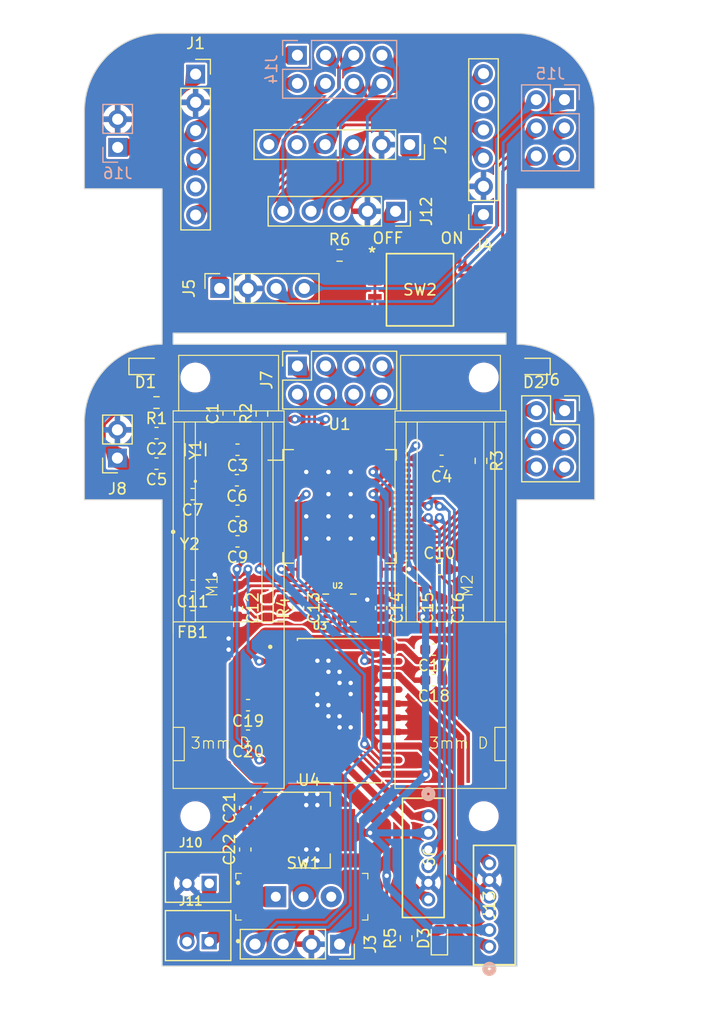
<source format=kicad_pcb>
(kicad_pcb (version 20221018) (generator pcbnew)
  (layers (0 "F.Cu" signal) (31 "B.Cu" signal) (34 "B.Paste" user) (35 "F.Paste" user) (36 "B.SilkS" user "B.Silkscreen") (37 "F.SilkS" user "F.Silkscreen") (38 "B.Mask" user) (39 "F.Mask" user) (44 "Edge.Cuts" user))
  (net 0 "")
  (net 1 "+BATT")
  (net 2 "GND")
  (net 3 "+3.3V")
  (net 4 "GND1")
  (net 5 "OSC_IN")
  (net 6 "OSC_OUT")
  (net 7 "Net-(U1-PC14)")
  (net 8 "Net-(U1-PC15)")
  (net 9 "+3.3VA")
  (net 10 "GNDA")
  (net 11 "Net-(U1-VCAP1)")
  (net 12 "Net-(D1-A)")
  (net 13 "Net-(D2-A)")
  (net 14 "Net-(D3-A)")
  (net 17 "ML2")
  (net 18 "EL2")
  (net 19 "EL1")
  (net 20 "ML1")
  (net 21 "MR2")
  (net 22 "ER2")
  (net 23 "ER1")
  (net 24 "MR1")
  (net 25 "/Breakout Board/+3.3V")
  (net 27 "Net-(J10-Pad1)")
  (net 28 "/Breakout Board/SHDN3")
  (net 29 "/Breakout Board/SCL")
  (net 30 "/Breakout Board/SDA")
  (net 31 "Net-(J11-Pad1)")
  (net 32 "GPIO2")
  (net 33 "/Breakout Board/SHDN1")
  (net 34 "/SDA")
  (net 35 "/SCL")
  (net 36 "/SHDN1")
  (net 37 "/SHDN2")
  (net 38 "/SHDN3")
  (net 39 "/Breakout Board/SHDN2")
  (net 40 "GPIO3")
  (net 41 "/Breakout Board/USART_RX")
  (net 42 "/Breakout Board/USART_TX")
  (net 43 "USART_RX")
  (net 44 "USART_TX")
  (net 45 "SWCLK")
  (net 46 "SWDIO")
  (net 47 "NRST")
  (net 48 "/Breakout Board/GPIO1")
  (net 49 "/Breakout Board/GPIO2")
  (net 50 "/Breakout Board/GPIO3")
  (net 51 "Net-(U1-BOOT0)")
  (net 52 "/LED1")
  (net 53 "/LED2")
  (net 55 "DEBUG4")
  (net 56 "DEBUG3")
  (net 57 "DEBUG2")
  (net 58 "DEBUG1")
  (net 59 "HL1")
  (net 60 "HR1")
  (net 61 "HL2")
  (net 62 "HR2")
  (net 66 "/IMU/SPI_SD0")
  (net 67 "/IMU/SPI_SDI")
  (net 73 "RCC_MCO_2")
  (net 74 "/Breakout Board/DEBUG1")
  (net 76 "GPIO1")
  (net 77 "SPI_CS_BYPASS")
  (net 78 "SPI_SCLK_BYPASS")
  (net 83 "/Breakout Board/DEBUG2")
  (net 84 "/Breakout Board/DEBUG3")
  (net 85 "/Breakout Board/DEBUG4")
  (net 87 "Net-(R6-Pad2)")
  (footprint "Capacitor_SMD:C_0603_1608Metric" (layer "F.Cu") (at 143.25 108.75 -90)
    (fp_text reference "C13")
    (fp_text value "10 nF")
  )
  (footprint "Capacitor_SMD:C_0603_1608Metric" (layer "F.Cu") (at 155.5 112.5 180)
    (fp_text reference "C17")
    (fp_text value "0.1 uF")
  )
  (footprint "Capacitor_SMD:C_0603_1608Metric" (layer "F.Cu") (at 138.5 126.75 90)
    (fp_text reference "C21")
    (fp_text value "22 uF")
  )
  (footprint "Package_TO_SOT_SMD:SOT-223-3_TabPin2" (layer "F.Cu") (at 144.25 128.75)
    (fp_text reference "U4")
    (fp_text value "AZ1117-3.3")
  )
  (footprint "RH100_25_000_10_F_3030_EXT_TR:XTAL4P_RH100-25.000-10-F-3030-EXT-TR_RAL" (layer "F.Cu") (at 133.5 103)
    (fp_text reference "Y2")
    (fp_text value "25 MHz 10 pF")
  )
  (footprint "Connector_PinSocket_2.54mm:PinSocket_1x04_P2.54mm_Vertical" (layer "F.Cu") (at 147 139.025 -90)
    (fp_text reference "J3")
    (fp_text value "PINHD_1x4_Female")
  )
  (footprint "NetTie:NetTie-2_SMD_Pad0.5mm" (layer "F.Cu") (at 136.25 104.25 45)
    (fp_text reference "NT1" hide)
    (fp_text value "NetTie_2" hide)
  )
  (footprint "Capacitor_SMD:C_0603_1608Metric" (layer "F.Cu") (at 137.8 94.5 180)
    (fp_text reference "C3")
    (fp_text value "4.7 uF")
  )
  (footprint "Resistor_SMD:R_0603_1608Metric" (layer "F.Cu") (at 140 91.25 90)
    (fp_text reference "R2")
    (fp_text value "10k")
  )
  (footprint "custom:MM_Motor_Right" (layer "F.Cu") (at 157 105)
    (fp_text reference "M2")
    (fp_text value "Right")
  )
  (footprint "Capacitor_SMD:C_0603_1608Metric" (layer "F.Cu") (at 138.5 130.5 90)
    (fp_text reference "C22")
    (fp_text value "10 uF")
  )
  (footprint "digikey-footprints:Switch_Slide_11.6x4mm_EG1218" (layer "F.Cu") (at 141.25 134.75)
    (fp_text reference "SW1")
    (fp_text value "EG1218")
  )
  (footprint "Connector_PinSocket_2.54mm:PinSocket_1x05_P2.54mm_Vertical" (layer "F.Cu") (at 152.05 73.025 -90)
    (fp_text reference "J12")
    (fp_text value "PINHD_1x5_Female")
  )
  (footprint "Capacitor_SMD:C_0603_1608Metric" (layer "F.Cu") (at 138.75 117.5 180)
    (fp_text reference "C19")
    (fp_text value "10 uF")
  )
  (footprint "Capacitor_SMD:C_0603_1608Metric" (layer "F.Cu") (at 156.25 108.75 -90)
    (fp_text reference "C16")
    (fp_text value "4.7 uF")
  )
  (footprint "Capacitor_SMD:C_0603_1608Metric" (layer "F.Cu") (at 133.75 98.5 180)
    (fp_text reference "C7")
    (fp_text value "0.1 uF")
  )
  (footprint "Connector_PinSocket_2.54mm:PinSocket_2x03_P2.54mm_Vertical" (layer "F.Cu") (at 167.29 90.975)
    (fp_text reference "J6")
    (fp_text value "PINHD_1x6_Female")
  )
  (footprint "Capacitor_SMD:C_0603_1608Metric" (layer "F.Cu") (at 137.8 102.75 180)
    (fp_text reference "C9")
    (fp_text value "0.1 uF")
  )
  (footprint "Capacitor_SMD:C_0603_1608Metric" (layer "F.Cu") (at 137.75 97.25 180)
    (fp_text reference "C6")
    (fp_text value "18 pF")
  )
  (footprint "B2B_PH_K_S_LF__SN_:JST_B2B-PH-K-S_LF__SN_" (layer "F.Cu") (at 134.25 138.25)
    (fp_text reference "J11")
    (fp_text value "B2B-PH-K-S" hide)
  )
  (footprint "ICM-42688-P:PQFN50P300X250X97-14N" (layer "F.Cu") (at 147 108.75)
    (fp_text reference "U2")
    (fp_text value "ICM-42688-P")
  )
  (footprint "Capacitor_SMD:C_0603_1608Metric" (layer "F.Cu") (at 138.75 120.25 180)
    (fp_text reference "C20")
    (fp_text value "4.7 uF")
  )
  (footprint "custom:MM_Motor_Left" (layer "F.Cu") (at 137 105)
    (fp_text reference "M1")
    (fp_text value "Left")
  )
  (footprint "Capacitor_SMD:C_0603_1608Metric" (layer "F.Cu") (at 137.75 108.75 -90)
    (fp_text reference "C12")
    (fp_text value "0.1 uF")
  )
  (footprint "Capacitor_SMD:C_0603_1608Metric" (layer "F.Cu") (at 156.2 95.5 180)
    (fp_text reference "C4")
    (fp_text value "0.1 uF")
  )
  (footprint "B2B_PH_K_S_LF__SN_:JST_B2B-PH-K-S_LF__SN_" (layer "F.Cu") (at 134.25 133)
    (fp_text reference "J10")
    (fp_text value "B2B-PH-K-S" hide)
  )
  (footprint "Capacitor_SMD:C_0603_1608Metric" (layer "F.Cu") (at 153.5 108.75 -90)
    (fp_text reference "C15")
    (fp_text value "2.2 uF")
  )
  (footprint "Capacitor_SMD:C_0603_1608Metric" (layer "F.Cu") (at 156 105.25)
    (fp_text reference "C10")
    (fp_text value "0.1 uF")
  )
  (footprint "Capacitor_SMD:C_0603_1608Metric" (layer "F.Cu") (at 130.5 95.75 180)
    (fp_text reference "C5")
    (fp_text value "12 pF")
  )
  (footprint "Resistor_SMD:R_0603_1608Metric" (layer "F.Cu") (at 140.5 108.75 -90)
    (fp_text reference "R4")
    (fp_text value "10k")
  )
  (footprint "SC32S_7PF20PPM:XTAL_SC32S-7PF20PPM_EPS" (layer "F.Cu") (at 134 94.5 90)
    (fp_text reference "Y1")
    (fp_text value "32.768 kHz 7 pF")
  )
  (footprint "218-4LPST:218-4LPST" (layer "F.Cu") (at 154.25 80.095)
    (fp_text reference "SW2")
    (fp_text value "SW_DIP_x04")
  )
  (footprint "Capacitor_SMD:C_0603_1608Metric" (layer "F.Cu") (at 155.5 115.25 180)
    (fp_text reference "C18")
    (fp_text value "4.7 uF")
  )
  (footprint "Capacitor_SMD:C_0603_1608Metric" (layer "F.Cu") (at 150.75 108.75 -90)
    (fp_text reference "C14")
    (fp_text value "0.1 uF")
  )
  (footprint "Connector_PinSocket_2.54mm:PinSocket_2x04_P2.54mm_Vertical" (layer "F.Cu") (at 143.2 86.96 90)
    (fp_text reference "J7")
    (fp_text value "PINHD_1x8_Female")
  )
  (footprint "Capacitor_SMD:C_0603_1608Metric" (layer "F.Cu") (at 133.75 106.75 180)
    (fp_text reference "C11")
    (fp_text value "1 uF")
  )
  (footprint "Resistor_SMD:R_0603_1608Metric" (layer "F.Cu") (at 147 77)
    (fp_text reference "R6")
    (fp_text value "10k")
  )
  (footprint "Resistor_SMD:R_0603_1608Metric" (layer "F.Cu") (at 159.75 95.5 -90)
    (fp_text reference "R3")
    (fp_text value "100 ohm")
  )
  (footprint "Package_QFP:LQFP-64_10x10mm_P0.5mm" (layer "F.Cu") (at 147 99.6)
    (fp_text reference "U1")
    (fp_text value "STM32F411RETx")
  )
  (footprint "Resistor_SMD:R_0603_1608Metric" (layer "F.Cu") (at 153 138.5 90)
    (fp_text reference "R5")
    (fp_text value "100 ohm")
  )
  (footprint "Connector_PinSocket_2.54mm:PinSocket_1x06_P2.54mm_Vertical" (layer "F.Cu") (at 134.025 60.675)
    (fp_text reference "J1")
    (fp_text value "PINHD_1x6_Female")
  )
  (footprint "LED_SMD:LED_0603_1608Metric" (layer "F.Cu") (at 156 138.5 90)
    (fp_text reference "D3")
    (fp_text value "2V 20mA")
  )
  (footprint "Connector_PinSocket_2.54mm:PinSocket_1x06_P2.54mm_Vertical" (layer "F.Cu") (at 153.325 67.025 -90)
    (fp_text reference "J2")
    (fp_text value "PINHD_1x6_Female")
  )
  (footprint "Capacitor_SMD:C_0603_1608Metric" (layer "F.Cu") (at 130.5 93 180)
    (fp_text reference "C2")
    (fp_text value "12 pF")
  )
  (footprint "Resistor_SMD:R_0603_1608Metric" (layer "F.Cu") (at 130.5 90.25)
    (fp_text reference "R1")
    (fp_text value "100 ohm")
  )
  (footprint "Connector_PinSocket_2.54mm:PinSocket_1x04_P2.54mm_Vertical" (layer "F.Cu") (at 136.2 79.975 90)
    (fp_text reference "J5")
    (fp_text value "PINHD_1x4_Female")
  )
  (footprint "B6B_ZR:CONN_B6B-ZR_JST" (layer "F.Cu") (at 160.5 139.25 90)
    (fp_text reference "J13")
    (fp_text value "B6B-ZR")
  )
  (footprint "LED_SMD:LED_0603_1608Metric" (layer "F.Cu") (at 129.5 87)
    (fp_text reference "D1")
    (fp_text value "2V 20mA")
  )
  (footprint "B6B_ZR:CONN_B6B-ZR_JST" (layer "F.Cu") (at 155 127.5 -90)
    (fp_text reference "J9")
    (fp_text value "B6B-ZR")
  )
  (footprint "Capacitor_SMD:C_0603_1608Metric" (layer "F.Cu") (at 137 91.25 90)
    (fp_text reference "C1")
    (fp_text value "0.1 uF")
  )
  (footprint "Inductor_SMD:L_0603_1608Metric" (layer "F.Cu") (at 133.75 109.5 180)
    (fp_text reference "FB1")
    (fp_text value "120 ohm")
  )
  (footprint "Connector_PinSocket_2.54mm:PinSocket_1x06_P2.54mm_Vertical" (layer "F.Cu") (at 159.975 73.325 180)
    (fp_text reference "J4")
    (fp_text value "PINHD_1x6_Female")
  )
  (footprint "LED_SMD:LED_0603_1608Metric" (layer "F.Cu") (at 164.5 87 180)
    (fp_text reference "D2")
    (fp_text value "2V 20mA")
  )
  (footprint "L293DD:SOIC127P1032X265-20N" (layer "F.Cu") (at 147 118)
    (fp_text reference "U3")
    (fp_text value "L293DD")
  )
  (footprint "Connector_PinSocket_2.54mm:PinSocket_1x02_P2.54mm_Vertical" (layer "F.Cu") (at 126.975 95.25 180)
    (fp_text reference "J8")
    (fp_text value "PINHD_1x2_Female")
  )
  (footprint "Capacitor_SMD:C_0603_1608Metric" (layer "F.Cu") (at 137.8 100 180)
    (fp_text reference "C8")
    (fp_text value " 18 pF")
  )
  (footprint "Connector_PinHeader_2.54mm:PinHeader_2x03_P2.54mm_Vertical" (layer "B.Cu") (at 167.275 62.975001 180)
    (fp_text reference "J15")
    (fp_text value "PINHD_1x6_Male")
  )
  (footprint "NetTie:NetTie-2_SMD_Pad0.5mm" (layer "B.Cu") (at 135.5 130.5 45)
    (fp_text reference "NT2" hide)
    (fp_text value "NetTie_2" hide)
  )
  (footprint "Connector_PinHeader_2.54mm:PinHeader_2x04_P2.54mm_Vertical" (layer "B.Cu") (at 143.2 58.975001 -90)
    (fp_text reference "J14")
    (fp_text value "PINHD_1x8_Male")
  )
  (footprint "Connector_PinHeader_2.54mm:PinHeader_1x02_P2.54mm_Vertical" (layer "B.Cu") (at 127 67.275001)
    (fp_text reference "J16")
    (fp_text value "PINHD_1x2_Male")
  )
  (gr_arc (start 163.000001 57.000001) (mid 167.949748 59.050254) (end 170.000001 64.000001) (stroke (width 0.1)) (layer "Edge.Cuts"))
  (gr_line (start 130.999999 56.999999) (end 163.000001 57.000001) (stroke (width 0.1)) (layer "Edge.Cuts"))
  (gr_line (start 124 71.000001) (end 123.999999 63.999999) (stroke (width 0.1)) (layer "Edge.Cuts"))
  (gr_line (start 132 84) (end 132 85) (stroke (width 0.1)) (layer "Edge.Cuts"))
  (gr_line (start 162 84) (end 132 84) (stroke (width 0.1)) (layer "Edge.Cuts"))
  (gr_arc (start 123.999998 91.999998) (mid 126.050251 87.050251) (end 130.999998 84.999998) (stroke (width 0.1)) (layer "Edge.Cuts"))
  (gr_line (start 163 85) (end 163 71.000001) (stroke (width 0.1)) (layer "Edge.Cuts"))
  (gr_line (start 124 99) (end 131 99) (stroke (width 0.1)) (layer "Edge.Cuts"))
  (gr_line (start 124 71.000001) (end 131 71.000001) (stroke (width 0.1)) (layer "Edge.Cuts"))
  (gr_line (start 131 141) (end 163 141) (stroke (width 0.1)) (layer "Edge.Cuts"))
  (gr_line (start 162 84) (end 162 85) (stroke (width 0.1)) (layer "Edge.Cuts"))
  (gr_line (start 131 141) (end 131 99) (stroke (width 0.1)) (layer "Edge.Cuts"))
  (gr_line (start 170 99) (end 170 92) (stroke (width 0.1)) (layer "Edge.Cuts"))
  (gr_line (start 170 71.000001) (end 170.000001 64.000001) (stroke (width 0.1)) (layer "Edge.Cuts"))
  (gr_line (start 131 71.000001) (end 130.999998 84.999998) (stroke (width 0.1)) (layer "Edge.Cuts"))
  (gr_line (start 170 99) (end 163 99) (stroke (width 0.1)) (layer "Edge.Cuts"))
  (gr_line (start 163 99) (end 163 141) (stroke (width 0.1)) (layer "Edge.Cuts"))
  (gr_line (start 124 99) (end 123.999998 91.999998) (stroke (width 0.1)) (layer "Edge.Cuts"))
  (gr_arc (start 163 85) (mid 167.949747 87.050253) (end 170 92) (stroke (width 0.1)) (layer "Edge.Cuts"))
  (gr_line (start 170 71.000001) (end 163 71.000001) (stroke (width 0.1)) (layer "Edge.Cuts"))
  (gr_arc (start 123.999999 63.999999) (mid 126.050252 59.050252) (end 130.999999 56.999999) (stroke (width 0.1)) (layer "Edge.Cuts"))
  (gr_line (start 132 84.999998) (end 162 85) (stroke (width 0.1)) (layer "Edge.Cuts"))
  (segment (start 139.273446 123.715) (end 138 122.441554) (width 1.27) (layer "F.Cu") (net 1))
  (segment (start 143.75 133.7) (end 143.75 134.75) (width 1.27) (layer "F.Cu") (net 1))
  (segment (start 143.540134 111.15) (end 144.205 111.814866) (width 1.27) (layer "F.Cu") (net 1))
  (segment (start 156.275 112.5) (end 155.2825 113.4925) (width 0.635) (layer "F.Cu") (net 1))
  (segment (start 144.205 111.814866) (end 151.184866 111.814866) (width 1.27) (layer "F.Cu") (net 1))
  (segment (start 152.785 112.285) (end 151.655 112.285) (width 0.635) (layer "F.Cu") (net 1))
  (segment (start 156.275 112.5) (end 156.275 115.25) (width 0.635) (layer "F.Cu") (net 1))
  (segment (start 141.1 131.05) (end 143.75 133.7) (width 1.27) (layer "F.Cu") (net 1))
  (segment (start 140.35 111.15) (end 143.540134 111.15) (width 1.27) (layer "F.Cu") (net 1))
  (segment (start 153.9925 113.4925) (end 152.785 112.285) (width 0.635) (layer "F.Cu") (net 1))
  (segment (start 146.990628 131.485) (end 149.293216 131.485) (width 1.27) (layer "F.Cu") (net 1))
  (segment (start 138 113.5) (end 140.35 111.15) (width 1.27) (layer "F.Cu") (net 1))
  (segment (start 143.75 134.75) (end 143.75 134.725628) (width 1.27) (layer "F.Cu") (net 1))
  (segment (start 149.293216 131.485) (end 151 129.778216) (width 1.27) (layer "F.Cu") (net 1))
  (segment (start 151.184866 111.814866) (end 151.655 112.285) (width 1.27) (layer "F.Cu") (net 1))
  (segment (start 138.5 131.275) (end 140.875 131.275) (width 0.254) (layer "F.Cu") (net 1))
  (segment (start 146.45 123.715) (end 142.345 123.715) (width 1.27) (layer "F.Cu") (net 1))
  (segment (start 155.2825 113.4925) (end 153.9925 113.4925) (width 0.635) (layer "F.Cu") (net 1))
  (segment (start 151 128.265) (end 146.45 123.715) (width 1.27) (layer "F.Cu") (net 1))
  (segment (start 143.75 134.725628) (end 146.990628 131.485) (width 1.27) (layer "F.Cu") (net 1))
  (segment (start 142.345 123.715) (end 139.273446 123.715) (width 1.27) (layer "F.Cu") (net 1))
  (segment (start 151 129.778216) (end 151 128.265) (width 1.27) (layer "F.Cu") (net 1))
  (segment (start 138 122.441554) (end 138 113.5) (width 1.27) (layer "F.Cu") (net 1))
  (segment (start 146.74704 109) (end 145.835 109) (width 0.25) (layer "F.Cu") (net 2))
  (segment (start 147 109.665) (end 147.5 109.665) (width 0.25) (layer "F.Cu") (net 2))
  (segment (start 135.75 104.75) (end 135.896447 104.603553) (width 0.25) (layer "F.Cu") (net 2))
  (segment (start 132.6999 103.9525) (end 134.3001 102.3523) (width 0.25) (layer "F.Cu") (net 2))
  (segment (start 135.75 105.75) (end 135.75 104.75) (width 0.25) (layer "F.Cu") (net 2))
  (segment (start 145.835 108.5) (end 145.835 109) (width 0.25) (layer "F.Cu") (net 2))
  (segment (start 145.835 108.5) (end 148.165 108.5) (width 0.25) (layer "F.Cu") (net 2))
  (segment (start 147 109.25296) (end 146.74704 109) (width 0.25) (layer "F.Cu") (net 2))
  (segment (start 147.5 109.665) (end 147.5 108.75296) (width 0.25) (layer "F.Cu") (net 2))
  (segment (start 147.5 108.75296) (end 147.75296 108.5) (width 0.25) (layer "F.Cu") (net 2))
  (segment (start 147.75296 108.5) (end 148.165 108.5) (width 0.25) (layer "F.Cu") (net 2))
  (segment (start 147 109.665) (end 147 109.25296) (width 0.25) (layer "F.Cu") (net 2))
  (segment (start 148.165 108.5) (end 148.165 108) (width 0.25) (layer "F.Cu") (net 2))
  (via (at 145 130.5) (size 0.8) (drill 0.4) (layers "F.Cu" "B.Cu") (net 2))
  (via (at 144 130.5) (size 0.8) (drill 0.4) (layers "F.Cu" "B.Cu") (net 2))
  (via (at 145 131.5) (size 0.8) (drill 0.4) (layers "F.Cu" "B.Cu") (net 2))
  (via (at 146 102.5) (size 0.8) (drill 0.4) (layers "F.Cu" "B.Cu") (net 2))
  (via (at 135.75 105.75) (size 0.8) (drill 0.4) (layers "F.Cu" "B.Cu") (net 2))
  (via (at 144 100.5) (size 0.8) (drill 0.4) (layers "F.Cu" "B.Cu") (net 2))
  (via (at 146 100.5) (size 0.8) (drill 0.4) (layers "F.Cu" "B.Cu") (net 2))
  (via (at 146 98.5) (size 0.8) (drill 0.4) (layers "F.Cu" "B.Cu") (net 2))
  (via (at 148 102.5) (size 0.8) (drill 0.4) (layers "F.Cu" "B.Cu") (net 2))
  (via (at 148 100.5) (size 0.8) (drill 0.4) (layers "F.Cu" "B.Cu") (net 2))
  (via (at 144 96.5) (size 0.8) (drill 0.4) (layers "F.Cu" "B.Cu") (net 2))
  (via (at 145 126.5) (size 0.8) (drill 0.4) (layers "F.Cu" "B.Cu") (net 2))
  (via (at 144 131.5) (size 0.8) (drill 0.4) (layers "F.Cu" "B.Cu") (net 2))
  (via (at 145 125.5) (size 0.8) (drill 0.4) (layers "F.Cu" "B.Cu") (net 2))
  (via (at 149.5 108) (size 0.8) (drill 0.4) (layers "F.Cu" "B.Cu") (net 2))
  (via (at 148 96.5) (size 0.8) (drill 0.4) (layers "F.Cu" "B.Cu") (net 2))
  (via (at 137 111.5) (size 0.8) (drill 0.4) (layers "F.Cu" "B.Cu") (net 2))
  (via (at 144 102.5) (size 0.8) (drill 0.4) (layers "F.Cu" "B.Cu") (net 2))
  (via (at 150 102.5) (size 0.8) (drill 0.4) (layers "F.Cu" "B.Cu") (net 2))
  (via (at 137 112.5) (size 0.8) (drill 0.4) (layers "F.Cu" "B.Cu") (net 2))
  (via (at 150 100.5) (size 0.8) (drill 0.4) (layers "F.Cu" "B.Cu") (net 2))
  (via (at 148 98.5) (size 0.8) (drill 0.4) (layers "F.Cu" "B.Cu") (net 2))
  (via (at 146 96.5) (size 0.8) (drill 0.4) (layers "F.Cu" "B.Cu") (net 2))
  (via (at 144 125.5) (size 0.8) (drill 0.4) (layers "F.Cu" "B.Cu") (net 2))
  (via (at 144 126.5) (size 0.8) (drill 0.4) (layers "F.Cu" "B.Cu") (net 2))
  (segment (start 134.792893 131.207107) (end 133.25 132.75) (width 1.27) (layer "B.Cu") (net 2))
  (segment (start 133.25 132.75) (end 133.25 133.55) (width 1.27) (layer "B.Cu") (net 2))
  (segment (start 135.5 113) (end 136 112.5) (width 0.635) (layer "F.Cu") (net 3))
  (segment (start 145.42296 110) (end 146.24704 110) (width 0.25) (layer "F.Cu") (net 3))
  (segment (start 138.575 93.825) (end 138.575 94.5) (width 0.25) (layer "F.Cu") (net 3))
  (segment (start 148.165 109.5) (end 150.725 109.5) (width 0.25) (layer "F.Cu") (net 3))
  (segment (start 142.683886 112.285) (end 148.75 118.351114) (width 0.25) (layer "F.Cu") (net 3))
  (segment (start 132.975 106.75) (end 131.8 105.575) (width 0.25) (layer "F.Cu") (net 3))
  (segment (start 149.75 129) (end 147.65 129) (width 0.635) (layer "F.Cu") (net 3))
  (segment (start 130.901996 89.45) (end 133.293096 89.45) (width 0.25) (layer "F.Cu") (net 3))
  (segment (start 143.767764 106.75) (end 138.975 106.75) (width 0.25) (layer "F.Cu") (net 3))
  (segment (start 136.025 91.05) (end 137 92.025) (width 0.25) (layer "F.Cu") (net 3))
  (segment (start 140.5 109.575) (end 143.2 109.575) (width 0.25) (layer "F.Cu") (net 3))
  (segment (start 144.25 105.275) (end 144.25 106.267764) (width 0.25) (layer "F.Cu") (net 3))
  (segment (start 133.293096 89.45) (end 134.893096 91.05) (width 0.25) (layer "F.Cu") (net 3))
  (segment (start 148.75 120.474695) (end 148.525 120.699695) (width 0.25) (layer "F.Cu") (net 3))
  (segment (start 125.8 92.223299) (end 126.973299 91.05) (width 0.25) (layer "F.Cu") (net 3))
  (segment (start 130.4 90.748004) (end 130.4 89.951996) (width 0.25) (layer "F.Cu") (net 3))
  (segment (start 148.525 121.55749) (end 150.68251 123.715) (width 0.25) (layer "F.Cu") (net 3))
  (segment (start 153.520592 95.85) (end 152.675 95.85) (width 0.254) (layer "F.Cu") (net 3))
  (segment (start 138.5 127.525) (end 139.725 128.75) (width 0.635) (layer "F.Cu") (net 3))
  (segment (start 151.25 135.925) (end 153 137.675) (width 0.254) (layer "F.Cu") (net 3))
  (segment (start 126.975 95.25) (end 129.425 97.7) (width 0.25) (layer "F.Cu") (net 3))
  (segment (start 126.973299 91.05) (end 130.098004 91.05) (width 0.25) (layer "F.Cu") (net 3))
  (segment (start 138.5 127.525) (end 135.5 124.525) (width 0.635) (layer "F.Cu") (net 3))
  (segment (start 153.972592 96.302) (end 153.520592 95.85) (width 0.254) (layer "F.Cu") (net 3))
  (segment (start 139.975 94.5) (end 141.325 95.85) (width 0.25) (layer "F.Cu") (net 3))
  (segment (start 154.5 109.525) (end 153.5 109.525) (width 0.635) (layer "F.Cu") (net 3))
  (segment (start 138.575 94.5) (end 142.675 94.5) (width 0.25) (layer "F.Cu") (net 3))
  (segment (start 142.675 94.5) (end 143.25 93.925) (width 0.25) (layer "F.Cu") (net 3))
  (segment (start 152.675 95.3375) (end 153.88125 94.13125) (width 0.254) (layer "F.Cu") (net 3))
  (segment (start 132.9625 110.4625) (end 132.9625 109.5) (width 0.635) (layer "F.Cu") (net 3))
  (segment (start 140.5 109.575) (end 139.35 109.575) (width 0.25) (layer "F.Cu") (net 3))
  (segment (start 156.173 96.302) (end 153.972592 96.302) (width 0.254) (layer "F.Cu") (net 3))
  (segment (start 151.25 132.861921) (end 151.25 135.925) (width 0.254) (layer "F.Cu") (net 3))
  (segment (start 138.975 106.75) (end 137.75 107.975) (width 0.25) (layer "F.Cu") (net 3))
  (segment (start 131.8 101) (end 134.3 98.5) (width 0.25) (layer "F.Cu") (net 3))
  (segment (start 148.525 120.699695) (end 148.525 121.55749) (width 0.25) (layer "F.Cu") (net 3))
  (segment (start 154.715 123.715) (end 154.75 123.75) (width 0.635) (layer "F.Cu") (net 3))
  (segment (start 137 92.25) (end 138.575 93.825) (width 0.25) (layer "F.Cu") (net 3))
  (segment (start 134.893096 91.05) (end 136.025 91.05) (width 0.25) (layer "F.Cu") (net 3))
  (segment (start 135.5 113) (end 132.9625 110.4625) (width 0.635) (layer "F.Cu") (net 3))
  (segment (start 146.24704 110) (end 146.5 109.74704) (width 0.25) (layer "F.Cu") (net 3))
  (segment (start 139.725 128.75) (end 141.1 128.75) (width 0.635) (layer "F.Cu") (net 3))
  (segment (start 125.8 94.075) (end 125.8 92.223299) (width 0.25) (layer "F.Cu") (net 3))
  (segment (start 130.098004 91.05) (end 130.4 90.748004) (width 0.25) (layer "F.Cu") (net 3))
  (segment (start 151.655 123.715) (end 154.715 123.715) (width 0.635) (layer "F.Cu") (net 3))
  (segment (start 138.575 94.5) (end 139.975 94.5) (width 0.25) (layer "F.Cu") (net 3))
  (segment (start 131.8 105.575) (end 131.8 101) (width 0.25) (layer "F.Cu") (net 3))
  (segment (start 143.275 109.5) (end 144.92296 109.5) (width 0.25) (layer "F.Cu") (net 3))
  (segment (start 135.5 124.525) (end 135.5 113) (width 0.635) (layer "F.Cu") (net 3))
  (segment (start 139.35 109.575) (end 137.75 107.975) (width 0.25) (layer "F.Cu") (net 3))
  (segment (start 150.68251 123.715) (end 151.655 123.715) (width 0.25) (layer "F.Cu") (net 3))
  (segment (start 136 112.5) (end 136 109.725) (width 0.635) (layer "F.Cu") (net 3))
  (segment (start 144.92296 109.5) (end 145.42296 110) (width 0.25) (layer "F.Cu") (net 3))
  (segment (start 153.5 109.525) (end 150.75 109.525) (width 0.25) (layer "F.Cu") (net 3))
  (segment (start 126.975 95.25) (end 125.8 94.075) (width 0.25) (layer "F.Cu") (net 3))
  (segment (start 148.75 118.351114) (end 148.75 120.474695) (width 0.25) (layer "F.Cu") (net 3))
  (segment (start 141.1 128.75) (end 147.4 128.75) (width 1.27) (layer "F.Cu") (net 3))
  (segment (start 144.25 106.267764) (end 143.767764 106.75) (width 0.25) (layer "F.Cu") (net 3))
  (segment (start 153.25 105.25) (end 150.775 105.25) (width 0.25) (layer "F.Cu") (net 3))
  (segment (start 136 109.725) (end 137.75 107.975) (width 0.635) (layer "F.Cu") (net 3))
  (segment (start 132.9625 109.5) (end 132.9625 106.7625) (width 0.635) (layer "F.Cu") (net 3))
  (segment (start 156.975 95.5) (end 156.173 96.302) (width 0.254) (layer "F.Cu") (net 3))
  (segment (start 155.225 105.25) (end 153.25 105.25) (width 0.25) (layer "F.Cu") (net 3))
  (segment (start 130.4 89.951996) (end 130.901996 89.45) (width 0.25) (layer "F.Cu") (net 3))
  (segment (start 129.425 97.7) (end 133.45 97.7) (width 0.25) (layer "F.Cu") (net 3))
  (segment (start 133.45 97.7) (end 134.25 98.5) (width 0.25) (layer "F.Cu") (net 3))
  (segment (start 152.675 95.85) (end 152.675 95.3375) (width 0.254) (layer "F.Cu") (net 3))
  (via (at 154.5 109.525) (size 0.8) (drill 0.4) (layers "F.Cu" "B.Cu") (net 3))
  (via (at 151.25 132.861921) (size 0.8) (drill 0.4) (layers "F.Cu" "B.Cu") (net 3))
  (via (at 153.25 105.25) (size 0.8) (drill 0.4) (layers "F.Cu" "B.Cu") (net 3))
  (via (at 154.75 123.75) (size 0.8) (drill 0.4) (layers "F.Cu" "B.Cu") (net 3))
  (via (at 149.75 129) (size 0.8) (drill 0.4) (layers "F.Cu" "B.Cu") (net 3))
  (via (at 153.88125 94.13125) (size 0.8) (drill 0.4) (layers "F.Cu" "B.Cu") (net 3))
  (segment (start 151.25 130.5) (end 151.25 132.861921) (width 0.635) (layer "B.Cu") (net 3))
  (segment (start 151.25 133.75) (end 155.25 137.75) (width 0.635) (layer "B.Cu") (net 3))
  (segment (start 149.75 129) (end 155 129) (width 0.635) (layer "B.Cu") (net 3))
  (segment (start 155.25 137.75) (end 160.5 137.75) (width 0.635) (layer "B.Cu") (net 3))
  (segment (start 151.25 130.5) (end 151.047187 130.297187) (width 0.254) (layer "B.Cu") (net 3))
  (segment (start 154.75 109.775) (end 154.5 109.525) (width 0.635) (layer "B.Cu") (net 3))
  (segment (start 149.75 128.75) (end 154.75 123.75) (width 0.635) (layer "B.Cu") (net 3))
  (segment (start 149.75 129) (end 149.75 128.75) (width 0.635) (layer "B.Cu") (net 3))
  (segment (start 153.25 94.7625) (end 153.88125 94.13125) (width 0.25) (layer "B.Cu") (net 3))
  (segment (start 149.75 129) (end 151.25 130.5) (width 0.635) (layer "B.Cu") (net 3))
  (segment (start 154.75 123.75) (end 154.75 111) (width 0.635) (layer "B.Cu") (net 3))
  (segment (start 153.25 105.25) (end 154.75 106.75) (width 0.635) (layer "B.Cu") (net 3))
  (segment (start 153.25 105.25) (end 153.25 94.7625) (width 0.25) (layer "B.Cu") (net 3))
  (segment (start 151.25 132.861921) (end 151.25 133.75) (width 0.635) (layer "B.Cu") (net 3))
  (segment (start 154.75 111) (end 154.75 109.775) (width 0.635) (layer "B.Cu") (net 3))
  (segment (start 154.75 106.75) (end 154.75 111) (width 0.635) (layer "B.Cu") (net 3))
  (segment (start 151.655 116.095) (end 151.655 119.905) (width 0.635) (layer "F.Cu") (net 4))
  (segment (start 142.345 116.095) (end 142.345 119.905) (width 0.635) (layer "F.Cu") (net 4))
  (via (at 146 118.5) (size 0.8) (drill 0.4) (layers "F.Cu" "B.Cu") (net 4))
  (via (at 148 119.5) (size 0.8) (drill 0.4) (layers "F.Cu" "B.Cu") (net 4))
  (via (at 146 113.5) (size 0.8) (drill 0.4) (layers "F.Cu" "B.Cu") (net 4))
  (via (at 148 116.5) (size 0.8) (drill 0.4) (layers "F.Cu" "B.Cu") (net 4))
  (via (at 146 117.5) (size 0.8) (drill 0.4) (layers "F.Cu" "B.Cu") (net 4))
  (via (at 148 115.5) (size 0.8) (drill 0.4) (layers "F.Cu" "B.Cu") (net 4))
  (via (at 145 113.5) (size 0.8) (drill 0.4) (layers "F.Cu" "B.Cu") (net 4))
  (via (at 145 116.5) (size 0.8) (drill 0.4) (layers "F.Cu" "B.Cu") (net 4))
  (via (at 147 115.5) (size 0.8) (drill 0.4) (layers "F.Cu" "B.Cu") (net 4))
  (via (at 147 114.5) (size 0.8) (drill 0.4) (layers "F.Cu" "B.Cu") (net 4))
  (via (at 147 119.5) (size 0.8) (drill 0.4) (layers "F.Cu" "B.Cu") (net 4))
  (via (at 146 114.5) (size 0.8) (drill 0.4) (layers "F.Cu" "B.Cu") (net 4))
  (via (at 145 117.5) (size 0.8) (drill 0.4) (layers "F.Cu" "B.Cu") (net 4))
  (via (at 147 118.5) (size 0.8) (drill 0.4) (layers "F.Cu" "B.Cu") (net 4))
  (segment (start 146 120) (end 146 118.5) (width 1.27) (layer "B.Cu") (net 4))
  (segment (start 136.207107 129.792893) (end 146 120) (width 1.27) (layer "B.Cu") (net 4))
  (segment (start 138.525 97.25) (end 137.725 98.05) (width 0.25) (layer "F.Cu") (net 5))
  (segment (start 139.25 97.85) (end 137.925 97.85) (width 0.25) (layer "F.Cu") (net 5))
  (segment (start 141.325 97.85) (end 139.25 97.85) (width 0.25) (layer "F.Cu") (net 5))
  (segment (start 139.125 97.85) (end 138.525 97.25) (width 0.25) (layer "F.Cu") (net 5))
  (segment (start 139.25 97.85) (end 139.125 97.85) (width 0.25) (layer "F.Cu") (net 5))
  (segment (start 137.925 97.85) (end 137.725 98.05) (width 0.25) (layer "F.Cu") (net 5))
  (segment (start 137.725 98.05) (end 136.342026 98.05) (width 0.25) (layer "F.Cu") (net 5))
  (segment (start 136.342026 98.05) (end 132.807874 101.584152) (width 0.25) (layer "F.Cu") (net 5))
  (segment (start 139.32375 99.08125) (end 139.33125 99.08125) (width 0.25) (layer "F.Cu") (net 6))
  (segment (start 139.33125 99.08125) (end 138.575 99.8375) (width 0.25) (layer "F.Cu") (net 6))
  (segment (start 138.405 100) (end 137.9525 100.4525) (width 0.25) (layer "F.Cu") (net 6))
  (segment (start 137.9525 100.4525) (end 134.3001 104.1049) (width 0.25) (layer "F.Cu") (net 6))
  (segment (start 140.0625 98.35) (end 139.33125 99.08125) (width 0.25) (layer "F.Cu") (net 6))
  (segment (start 141.325 98.35) (end 140.0625 98.35) (width 0.25) (layer "F.Cu") (net 6))
  (segment (start 137.9525 100.4525) (end 139.32375 99.08125) (width 0.25) (layer "F.Cu") (net 6))
  (segment (start 140.19584 96.85) (end 139.29584 95.95) (width 0.25) (layer "F.Cu") (net 7))
  (segment (start 131.275 93) (end 133.9224 93) (width 0.25) (layer "F.Cu") (net 7))
  (segment (start 135.27513 93.27513) (end 134.541078 93.27513) (width 0.25) (layer "F.Cu") (net 7))
  (segment (start 135.5 95) (end 135.5 93.5) (width 0.25) (layer "F.Cu") (net 7))
  (segment (start 139.29584 95.95) (end 136.45 95.95) (width 0.25) (layer "F.Cu") (net 7))
  (segment (start 135.5 93.5) (end 135.27513 93.27513) (width 0.25) (layer "F.Cu") (net 7))
  (segment (start 136.45 95.95) (end 135.5 95) (width 0.25) (layer "F.Cu") (net 7))
  (segment (start 141.325 96.85) (end 140.19584 96.85) (width 0.25) (layer "F.Cu") (net 7))
  (segment (start 134.4776 96.4) (end 139.109444 96.4) (width 0.25) (layer "F.Cu") (net 8))
  (segment (start 134 95.9224) (end 134.4776 96.4) (width 0.25) (layer "F.Cu") (net 8))
  (segment (start 139.109444 96.4) (end 140.059444 97.35) (width 0.25) (layer "F.Cu") (net 8))
  (segment (start 140.059444 97.35) (end 141.325 97.35) (width 0.25) (layer "F.Cu") (net 8))
  (segment (start 131.275 95.75) (end 133.8276 95.75) (width 0.25) (layer "F.Cu") (net 8))
  (segment (start 139.475 101.85) (end 141.325 101.85) (width 0.25) (layer "F.Cu") (net 9))
  (segment (start 134.5375 109.4625) (end 136.5 107.5) (width 0.25) (layer "F.Cu") (net 9))
  (segment (start 136.5 104.74375) (end 138.49375 102.75) (width 0.25) (layer "F.Cu") (net 9))
  (segment (start 136.5 107.5) (end 136.5 104.74375) (width 0.25) (layer "F.Cu") (net 9))
  (segment (start 138.575 102.75) (end 139.475 101.85) (width 0.25) (layer "F.Cu") (net 9))
  (segment (start 138.65 101.35) (end 141.325 101.35) (width 0.25) (layer "F.Cu") (net 10))
  (segment (start 137.25 102.75) (end 138.65 101.35) (width 0.25) (layer "F.Cu") (net 10))
  (segment (start 137.025 102.75) (end 137.025 103.475) (width 0.25) (layer "F.Cu") (net 10))
  (segment (start 137.025 103.475) (end 136.603553 103.896447) (width 0.25) (layer "F.Cu") (net 10))
  (segment (start 150.157236 106.525) (end 149.75 106.117764) (width 0.25) (layer "F.Cu") (net 11))
  (segment (start 154.8 106.525) (end 150.157236 106.525) (width 0.25) (layer "F.Cu") (net 11))
  (segment (start 149.75 106.117764) (end 149.75 105.275) (width 0.25) (layer "F.Cu") (net 11))
  (segment (start 156.25 107.975) (end 154.8 106.525) (width 0.25) (layer "F.Cu") (net 11))
  (segment (start 130.2875 87) (end 129.675 87.6125) (width 0.25) (layer "F.Cu") (net 12))
  (segment (start 129.675 87.6125) (end 129.675 90.25) (width 0.25) (layer "F.Cu") (net 12))
  (segment (start 164.5125 87.8) (end 163.7125 87) (width 0.25) (layer "F.Cu") (net 13))
  (segment (start 162.275 92.15) (end 168.35 92.15) (width 0.25) (layer "F.Cu") (net 13))
  (segment (start 168.5 92) (end 168.5 89.835) (width 0.25) (layer "F.Cu") (net 13))
  (segment (start 168.5 89.835) (end 166.465 87.8) (width 0.25) (layer "F.Cu") (net 13))
  (segment (start 166.465 87.8) (end 164.5125 87.8) (width 0.25) (layer "F.Cu") (net 13))
  (segment (start 168.35 92.15) (end 168.5 92) (width 0.25) (layer "F.Cu") (net 13))
  (segment (start 159.75 94.675) (end 162.275 92.15) (width 0.25) (layer "F.Cu") (net 13))
  (segment (start 153 139.325) (end 154.3875 139.325) (width 0.254) (layer "F.Cu") (net 14))
  (segment (start 154.3875 139.325) (end 156 137.7125) (width 0.254) (layer "F.Cu") (net 14))
  (segment (start 153.558878 127.5) (end 155 127.5) (width 0.635) (layer "F.Cu") (net 17))
  (segment (start 143.8875 115.756378) (end 143.8875 117.828622) (width 0.635) (layer "F.Cu") (net 17))
  (segment (start 143.8875 117.828622) (end 153.558878 127.5) (width 0.635) (layer "F.Cu") (net 17))
  (segment (start 142.956122 114.825) (end 143.8875 115.756378) (width 0.635) (layer "F.Cu") (net 17))
  (segment (start 142.345 114.825) (end 142.956122 114.825) (width 0.635) (layer "F.Cu") (net 17))
  (segment (start 155.000622 100.599502) (end 154.750124 100.85) (width 0.25) (layer "F.Cu") (net 18))
  (segment (start 154.750124 100.85) (end 152.675 100.85) (width 0.25) (layer "F.Cu") (net 18))
  (via (at 155.000622 100.599502) (size 0.8) (drill 0.4) (layers "F.Cu" "B.Cu") (net 18))
  (segment (start 156 129.499999) (end 155 130.499999) (width 0.25) (layer "B.Cu") (net 18))
  (segment (start 155.000622 100.775927) (end 156 101.775305) (width 0.25) (layer "B.Cu") (net 18))
  (segment (start 156 101.775305) (end 156 129.499999) (width 0.25) (layer "B.Cu") (net 18))
  (segment (start 155.000622 100.599502) (end 155.000622 100.775927) (width 0.25) (layer "B.Cu") (net 18))
  (segment (start 152.675 101.35) (end 155.275429 101.35) (width 0.25) (layer "F.Cu") (net 19))
  (segment (start 156 100.625429) (end 156 100.599503) (width 0.25) (layer "F.Cu") (net 19))
  (segment (start 155.275429 101.35) (end 156 100.625429) (width 0.25) (layer "F.Cu") (net 19))
  (via (at 156 100.599503) (size 0.8) (drill 0.4) (layers "F.Cu" "B.Cu") (net 19))
  (segment (start 156.45 101.049503) (end 156.45 130.550001) (width 0.25) (layer "B.Cu") (net 19))
  (segment (start 156.45 130.550001) (end 155 132.000001) (width 0.25) (layer "B.Cu") (net 19))
  (segment (start 156 100.599503) (end 156.45 101.049503) (width 0.25) (layer "B.Cu") (net 19))
  (segment (start 153.0252 133.137122) (end 153.0252 128.428134) (width 0.635) (layer "F.Cu") (net 20))
  (segment (start 154.888078 135) (end 153.0252 133.137122) (width 0.635) (layer "F.Cu") (net 20))
  (segment (start 153.0252 128.428134) (end 145.772066 121.175) (width 0.635) (layer "F.Cu") (net 20))
  (segment (start 145.772066 121.175) (end 142.345 121.175) (width 0.635) (layer "F.Cu") (net 20))
  (segment (start 157 123.952459) (end 157 136.25) (width 0.635) (layer "F.Cu") (net 21))
  (segment (start 151.655 121.175) (end 154.222541 121.175) (width 0.635) (layer "F.Cu") (net 21))
  (segment (start 160 139.25) (end 160.5 139.25) (width 0.635) (layer "F.Cu") (net 21))
  (segment (start 157 136.25) (end 160 139.25) (width 0.635) (layer "F.Cu") (net 21))
  (segment (start 154.222541 121.175) (end 157 123.952459) (width 0.635) (layer "F.Cu") (net 21))
  (segment (start 152.675 98.85) (end 155.275305 98.85) (width 0.25) (layer "F.Cu") (net 22))
  (segment (start 155.275305 98.85) (end 156 99.574695) (width 0.25) (layer "F.Cu") (net 22))
  (via (at 156 99.6) (size 0.8) (drill 0.4) (layers "F.Cu" "B.Cu") (net 22))
  (segment (start 156 99.6) (end 156.409414 99.6) (width 0.25) (layer "B.Cu") (net 22))
  (segment (start 156.409414 99.6) (end 156.9 100.090586) (width 0.25) (layer "B.Cu") (net 22))
  (segment (start 156.9 132.650001) (end 160.5 136.250001) (width 0.25) (layer "B.Cu") (net 22))
  (segment (start 156.9 100.090586) (end 156.9 132.650001) (width 0.25) (layer "B.Cu") (net 22))
  (segment (start 154.75 99.35) (end 155 99.6) (width 0.25) (layer "F.Cu") (net 23))
  (segment (start 152.675 99.35) (end 154.75 99.35) (width 0.25) (layer "F.Cu") (net 23))
  (segment (start 155 99.6) (end 154.85 99.6) (width 0.25) (layer "F.Cu") (net 23))
  (segment (start 154.85 99.6) (end 154.75 99.5) (width 0.25) (layer "F.Cu") (net 23))
  (via (at 155 99.6) (size 0.8) (drill 0.4) (layers "F.Cu" "B.Cu") (net 23))
  (segment (start 157.35 131.599999) (end 160.5 134.749999) (width 0.25) (layer "B.Cu") (net 23))
  (segment (start 157.35 99.90419) (end 157.35 131.599999) (width 0.25) (layer "B.Cu") (net 23))
  (segment (start 155 99.4) (end 155.525 98.875) (width 0.25) (layer "B.Cu") (net 23))
  (segment (start 155.525 98.875) (end 156.32081 98.875) (width 0.25) (layer "B.Cu") (net 23))
  (segment (start 156.32081 98.875) (end 157.35 99.90419) (width 0.25) (layer "B.Cu") (net 23))
  (segment (start 155 99.6) (end 155 99.4) (width 0.25) (layer "B.Cu") (net 23))
  (segment (start 151.655 114.825) (end 152.325 114.825) (width 0.635) (layer "F.Cu") (net 24))
  (segment (start 152.325 114.825) (end 157.92 120.42) (width 0.635) (layer "F.Cu") (net 24))
  (segment (start 157.92 129.17) (end 160.5 131.75) (width 0.635) (layer "F.Cu") (net 24))
  (segment (start 157.92 120.42) (end 157.92 129.17) (width 0.635) (layer "F.Cu") (net 24))
  (segment (start 134.025 61.225) (end 134.025 60.675) (width 0.25) (layer "F.Cu") (net 25))
  (segment (start 144.25 75.5) (end 144.75 75.5) (width 0.25) (layer "F.Cu") (net 25))
  (segment (start 131.95 74.234493) (end 132.982753 75.267247) (width 0.25) (layer "F.Cu") (net 25))
  (segment (start 152.05 73.025) (end 149.575 75.5) (width 0.25) (layer "F.Cu") (net 25))
  (segment (start 133.215507 75.5) (end 142 75.5) (width 0.25) (layer "F.Cu") (net 25))
  (segment (start 136.2 79.975) (end 136.2 78.484494) (width 0.25) (layer "F.Cu") (net 25))
  (segment (start 144.25 75.5) (end 145.75 77) (width 0.25) (layer "F.Cu") (net 25))
  (segment (start 142 75.5) (end 144.25 75.5) (width 0.25) (layer "F.Cu") (net 25))
  (segment (start 152 75.5) (end 157.8 75.5) (width 0.25) (layer "F.Cu") (net 25))
  (segment (start 136.2 78.484494) (end 132.982753 75.267247) (width 0.25) (layer "F.Cu") (net 25))
  (segment (start 127.974999 67.275001) (end 134.025 61.225) (width 0.25) (layer "F.Cu") (net 25))
  (segment (start 145.872 75.5) (end 142 75.5) (width 0.25) (layer "F.Cu") (net 25))
  (segment (start 132.982753 75.267247) (end 133.215507 75.5) (width 0.25) (layer "F.Cu") (net 25))
  (segment (start 129.025001 67.275001) (end 131.95 70.2) (width 0.25) (layer "F.Cu") (net 25))
  (segment (start 145.75 77) (end 146.175 77) (width 0.25) (layer "F.Cu") (net 25))
  (segment (start 153.325 67.025) (end 153.325 74.175) (width 0.25) (layer "F.Cu") (net 25))
  (segment (start 157.8 75.5) (end 159.975 73.325) (width 0.25) (layer "F.Cu") (net 25))
  (segment (start 153.325 74.175) (end 152 75.5) (width 0.25) (layer "F.Cu") (net 25))
  (segment (start 131.95 70.2) (end 131.95 74.234493) (width 0.25) (layer "F.Cu") (net 25))
  (segment (start 127 67.275001) (end 129.025001 67.275001) (width 0.25) (layer "F.Cu") (net 25))
  (segment (start 127 67.275001) (end 127.974999 67.275001) (width 0.25) (layer "F.Cu") (net 25))
  (segment (start 144.75 75.5) (end 152 75.5) (width 0.25) (layer "F.Cu") (net 25))
  (segment (start 149.575 75.5) (end 144.75 75.5) (width 0.25) (layer "F.Cu") (net 25))
  (segment (start 135.25 133.55) (end 135.25 135.762) (width 1.27) (layer "F.Cu") (net 27))
  (segment (start 135.25 135.762) (end 133.25 137.762) (width 1.27) (layer "F.Cu") (net 27))
  (segment (start 133.25 137.762) (end 133.25 138.8) (width 1.27) (layer "F.Cu") (net 27))
  (segment (start 157.909999 62.690001) (end 159.975 60.625) (width 0.25) (layer "F.Cu") (net 28))
  (segment (start 149.455 62.690001) (end 157.909999 62.690001) (width 0.25) (layer "F.Cu") (net 28))
  (segment (start 148.28 61.515001) (end 149.455 62.690001) (width 0.25) (layer "F.Cu") (net 28))
  (segment (start 140.804999 58.975001) (end 134.025 65.755) (width 0.25) (layer "F.Cu") (net 29))
  (segment (start 133.351903 75) (end 137.57 75) (width 0.25) (layer "F.Cu") (net 29))
  (segment (start 132.4 74.048097) (end 133.351903 75) (width 0.25) (layer "F.Cu") (net 29))
  (segment (start 147.07 68.2) (end 148.245 67.025) (width 0.25) (layer "F.Cu") (net 29))
  (segment (start 157.48 65.75) (end 159.975 68.245) (width 0.25) (layer "F.Cu") (net 29))
  (segment (start 143.2 58.975001) (end 140.804999 58.975001) (width 0.25) (layer "F.Cu") (net 29))
  (segment (start 149.52 65.75) (end 157.48 65.75) (width 0.25) (layer "F.Cu") (net 29))
  (segment (start 134.025 65.755) (end 132.4 67.38) (width 0.25) (layer "F.Cu") (net 29))
  (segment (start 148.245 67.025) (end 149.52 65.75) (width 0.25) (layer "F.Cu") (net 29))
  (segment (start 144.37 68.2) (end 147.07 68.2) (width 0.25) (layer "F.Cu") (net 29))
  (segment (start 137.57 75) (end 144.37 68.2) (width 0.25) (layer "F.Cu") (net 29))
  (segment (start 132.4 67.38) (end 132.4 74.048097) (width 0.25) (layer "F.Cu") (net 29))
  (segment (start 143.2 61.515001) (end 140.804999 61.515001) (width 0.25) (layer "F.Cu") (net 30))
  (segment (start 137.315 74.55) (end 144.84 67.025) (width 0.25) (layer "F.Cu") (net 30))
  (segment (start 140.804999 61.515001) (end 134.025 68.295) (width 0.25) (layer "F.Cu") (net 30))
  (segment (start 134.025 68.295) (end 134.025 69.173299) (width 0.25) (layer "F.Cu") (net 30))
  (segment (start 134.025 69.173299) (end 132.85 70.348299) (width 0.25) (layer "F.Cu") (net 30))
  (segment (start 144.84 67.025) (end 145.705 67.025) (width 0.25) (layer "F.Cu") (net 30))
  (segment (start 132.85 70.348299) (end 132.85 73.861701) (width 0.25) (layer "F.Cu") (net 30))
  (segment (start 159.52 65.25) (end 159.975 65.705) (width 0.25) (layer "F.Cu") (net 30))
  (segment (start 133.538299 74.55) (end 137.315 74.55) (width 0.25) (layer "F.Cu") (net 30))
  (segment (start 145.705 67.025) (end 147.48 65.25) (width 0.25) (layer "F.Cu") (net 30))
  (segment (start 147.48 65.25) (end 159.52 65.25) (width 0.25) (layer "F.Cu") (net 30))
  (segment (start 132.85 73.861701) (end 133.538299 74.55) (width 0.25) (layer "F.Cu") (net 30))
  (segment (start 135.25 138.8) (end 139.3 134.75) (width 1.27) (layer "F.Cu") (net 31))
  (segment (start 139.3 134.75) (end 141.25 134.75) (width 1.27) (layer "F.Cu") (net 31))
  (segment (start 149.25 91.07) (end 150.82 89.5) (width 0.25) (layer "F.Cu") (net 32))
  (segment (start 149.25 93.925) (end 149.25 91.07) (width 0.25) (layer "F.Cu") (net 32))
  (segment (start 142.309999 62.690001) (end 135.2 69.8) (width 0.25) (layer "F.Cu") (net 33))
  (segment (start 145.74 61.515001) (end 144.565 62.690001) (width 0.25) (layer "F.Cu") (net 33))
  (segment (start 135.2 72.2) (end 134.025 73.375) (width 0.25) (layer "F.Cu") (net 33))
  (segment (start 135.2 69.8) (end 135.2 72.2) (width 0.25) (layer "F.Cu") (net 33))
  (segment (start 144.565 62.690001) (end 142.309999 62.690001) (width 0.25) (layer "F.Cu") (net 33))
  (segment (start 144.25 93.925) (end 144.25 90.55) (width 0.25) (layer "F.Cu") (net 34))
  (segment (start 144.25 90.55) (end 143.2 89.5) (width 0.25) (layer "F.Cu") (net 34))
  (segment (start 144.375 88.135) (end 143.2 86.96) (width 0.25) (layer "F.Cu") (net 35))
  (segment (start 144.375 89.875) (end 144.375 88.135) (width 0.25) (layer "F.Cu") (net 35))
  (segment (start 144.75 93.925) (end 144.75 90.25) (width 0.25) (layer "F.Cu") (net 35))
  (segment (start 144.75 90.25) (end 144.375 89.875) (width 0.25) (layer "F.Cu") (net 35))
  (segment (start 146.75 90.51) (end 145.74 89.5) (width 0.25) (layer "F.Cu") (net 36))
  (segment (start 146.75 93.925) (end 146.75 90.51) (width 0.25) (layer "F.Cu") (net 36))
  (segment (start 147.25 90.131701) (end 146.915 89.796701) (width 0.25) (layer "F.Cu") (net 37))
  (segment (start 146.915 88.135) (end 145.74 86.96) (width 0.25) (layer "F.Cu") (net 37))
  (segment (start 147.25 93.925) (end 147.25 90.131701) (width 0.25) (layer "F.Cu") (net 37))
  (segment (start 146.915 89.796701) (end 146.915 88.135) (width 0.25) (layer "F.Cu") (net 37))
  (segment (start 147.75 90.03) (end 148.28 89.5) (width 0.25) (layer "F.Cu") (net 38))
  (segment (start 147.75 93.925) (end 147.75 90.03) (width 0.25) (layer "F.Cu") (net 38))
  (segment (start 143.916702 65) (end 142.65 65) (width 0.25) (layer "F.Cu") (net 39))
  (segment (start 146.915 62.001702) (end 143.916702 65) (width 0.25) (layer "F.Cu") (net 39))
  (segment (start 146.915 60.150001) (end 146.915 62.001702) (width 0.25) (layer "F.Cu") (net 39))
  (segment (start 145.74 58.975001) (end 146.915 60.150001) (width 0.25) (layer "F.Cu") (net 39))
  (segment (start 142.65 65) (end 140.625 67.025) (width 0.25) (layer "F.Cu") (net 39))
  (segment (start 148.75 90.691701) (end 149.455 89.986701) (width 0.25) (layer "F.Cu") (net 40))
  (segment (start 148.75 93.925) (end 148.75 90.691701) (width 0.25) (layer "F.Cu") (net 40))
  (segment (start 149.455 88.135) (end 148.28 86.96) (width 0.25) (layer "F.Cu") (net 40))
  (segment (start 149.455 89.986701) (end 149.455 88.135) (width 0.25) (layer "F.Cu") (net 40))
  (segment (start 166.1 64.150001) (end 164.438299 64.150001) (width 0.25) (layer "B.Cu") (net 41))
  (segment (start 161.75 74.75) (end 155.35 81.15) (width 0.25) (layer "B.Cu") (net 41))
  (segment (start 164.438299 64.150001) (end 161.75 66.8383) (width 0.25) (layer "B.Cu") (net 41))
  (segment (start 167.275 62.975001) (end 166.1 64.150001) (width 0.25) (layer "B.Cu") (net 41))
  (segment (start 161.75 66.8383) (end 161.75 74.75) (width 0.25) (layer "B.Cu") (net 41))
  (segment (start 155.35 81.15) (end 142.455 81.15) (width 0.25) (layer "B.Cu") (net 41))
  (segment (start 142.455 81.15) (end 141.28 79.975) (width 0.25) (layer "B.Cu") (net 41))
  (segment (start 161.15 66.560001) (end 161.15 74.5) (width 0.25) (layer "B.Cu") (net 42))
  (segment (start 155.675 79.975) (end 143.82 79.975) (width 0.25) (layer "B.Cu") (net 42))
  (segment (start 161.15 74.5) (end 155.675 79.975) (width 0.25) (layer "B.Cu") (net 42))
  (segment (start 164.735 62.975001) (end 161.15 66.560001) (width 0.25) (layer "B.Cu") (net 42))
  (segment (start 152.675 97.35) (end 156.384052 97.35) (width 0.25) (layer "F.Cu") (net 43))
  (segment (start 156.384052 97.35) (end 158.5 95.234052) (width 0.25) (layer "F.Cu") (net 43))
  (segment (start 158.5 93.863604) (end 162.563604 89.8) (width 0.25) (layer "F.Cu") (net 43))
  (segment (start 166.115 89.8) (end 167.29 90.975) (width 0.25) (layer "F.Cu") (net 43))
  (segment (start 162.563604 89.8) (end 166.115 89.8) (width 0.25) (layer "F.Cu") (net 43))
  (segment (start 158.5 95.234052) (end 158.5 93.863604) (width 0.25) (layer "F.Cu") (net 43))
  (segment (start 156.65 97.85) (end 158.95 95.55) (width 0.25) (layer "F.Cu") (net 44))
  (segment (start 158.95 95.55) (end 158.95 94.05) (width 0.25) (layer "F.Cu") (net 44))
  (segment (start 152.675 97.85) (end 156.65 97.85) (width 0.25) (layer "F.Cu") (net 44))
  (segment (start 162.025 90.975) (end 164.75 90.975) (width 0.25) (layer "F.Cu") (net 44))
  (segment (start 158.95 94.05) (end 162.025 90.975) (width 0.25) (layer "F.Cu") (net 44))
  (segment (start 150.75 95.75) (end 150.75 93.925) (width 0.25) (layer "F.Cu") (net 45))
  (segment (start 150 96.5) (end 150.75 95.75) (width 0.25) (layer "F.Cu") (net 45))
  (via (at 150 96.5) (size 0.8) (drill 0.4) (layers "F.Cu" "B.Cu") (net 45))
  (segment (start 151.75 124.25) (end 148.425 127.575) (width 0.25) (layer "B.Cu") (net 45))
  (segment (start 151.75 98.25) (end 151.75 124.25) (width 0.25) (layer "B.Cu") (net 45))
  (segment (start 150 96.5) (end 151.75 98.25) (width 0.25) (layer "B.Cu") (net 45))
  (segment (start 148.425 127.575) (end 148.425 137.6) (width 0.25) (layer "B.Cu") (net 45))
  (segment (start 148.425 137.6) (end 147 139.025) (width 0.25) (layer "B.Cu") (net 45))
  (segment (start 151.65 96.85) (end 152.675 96.85) (width 0.25) (layer "F.Cu") (net 46))
  (segment (start 150 98.5) (end 151.65 96.85) (width 0.25) (layer "F.Cu") (net 46))
  (via (at 150 98.5) (size 0.8) (drill 0.4) (layers "F.Cu" "B.Cu") (net 46))
  (segment (start 145.975 137.5) (end 143.445 137.5) (width 0.25) (layer "B.Cu") (net 46))
  (segment (start 143.445 137.5) (end 141.92 139.025) (width 0.25) (layer "B.Cu") (net 46))
  (segment (start 150.725 122.775) (end 147.975 125.525) (width 0.25) (layer "B.Cu") (net 46))
  (segment (start 147.975 135.5) (end 145.975 137.5) (width 0.25) (layer "B.Cu") (net 46))
  (segment (start 147.975 125.525) (end 147.975 135.5) (width 0.25) (layer "B.Cu") (net 46))
  (segment (start 150 98.5) (end 150.725 99.225) (width 0.25) (layer "B.Cu") (net 46))
  (segment (start 150.725 99.225) (end 150.725 122.775) (width 0.25) (layer "B.Cu") (net 46))
  (segment (start 144 98.5) (end 143.65 98.85) (width 0.25) (layer "F.Cu") (net 47))
  (segment (start 143.65 98.85) (end 141.325 98.85) (width 0.25) (layer "F.Cu") (net 47))
  (via (at 144 98.5) (size 0.8) (drill 0.4) (layers "F.Cu" "B.Cu") (net 47))
  (segment (start 144 98.5) (end 143.275 99.225) (width 0.25) (layer "B.Cu") (net 47))
  (segment (start 147.525 135.278123) (end 145.753123 137.05) (width 0.25) (layer "B.Cu") (net 47))
  (segment (start 149.975 112.838604) (end 149.975 121.300305) (width 0.25) (layer "B.Cu") (net 47))
  (segment (start 141.355 137.05) (end 139.38 139.025) (width 0.25) (layer "B.Cu") (net 47))
  (segment (start 145.753123 137.05) (end 141.355 137.05) (width 0.25) (layer "B.Cu") (net 47))
  (segment (start 143.275 99.225) (end 143.275 106.138604) (width 0.25) (layer "B.Cu") (net 47))
  (segment (start 147.525 123.750305) (end 147.525 135.278123) (width 0.25) (layer "B.Cu") (net 47))
  (segment (start 149.975 121.300305) (end 147.525 123.750305) (width 0.25) (layer "B.Cu") (net 47))
  (segment (start 143.275 106.138604) (end 149.975 112.838604) (width 0.25) (layer "B.Cu") (net 47))
  (segment (start 149.5 70.495) (end 149.5 64.496702) (width 0.25) (layer "B.Cu") (net 48))
  (segment (start 151.995 62.001702) (end 151.995 60.150001) (width 0.25) (layer "B.Cu") (net 48))
  (segment (start 149.5 64.496702) (end 151.995 62.001702) (width 0.25) (layer "B.Cu") (net 48))
  (segment (start 146.97 73.025) (end 149.5 70.495) (width 0.25) (layer "B.Cu") (net 48))
  (segment (start 151.995 60.150001) (end 150.82 58.975001) (width 0.25) (layer "B.Cu") (net 48))
  (segment (start 144.43 73.025) (end 147.07 70.385) (width 0.25) (layer "B.Cu") (net 49))
  (segment (start 147.07 70.385) (end 147.07 65.265001) (width 0.25) (layer "B.Cu") (net 49))
  (segment (start 147.07 65.265001) (end 150.82 61.515001) (width 0.25) (layer "B.Cu") (net 49))
  (segment (start 141.89 66.638299) (end 145.528299 63) (width 0.25) (layer "B.Cu") (net 50))
  (segment (start 147 60.255001) (end 148.28 58.975001) (width 0.25) (layer "B.Cu") (net 50))
  (segment (start 145.528299 63) (end 145.916702 63) (width 0.25) (layer "B.Cu") (net 50))
  (segment (start 141.89 73.025) (end 141.89 66.638299) (width 0.25) (layer "B.Cu") (net 50))
  (segment (start 145.916702 63) (end 147 61.916702) (width 0.25) (layer "B.Cu") (net 50))
  (segment (start 147 61.916702) (end 147 60.255001) (width 0.25) (layer "B.Cu") (net 50))
  (segment (start 142.9765 91.75) (end 141.575 91.75) (width 0.25) (layer "F.Cu") (net 51))
  (segment (start 145.25 92.25) (end 145.75 91.75) (width 0.25) (layer "F.Cu") (net 51))
  (segment (start 141.25 92.075) (end 140 92.075) (width 0.25) (layer "F.Cu") (net 51))
  (segment (start 141.575 91.75) (end 141.25 92.075) (width 0.25) (layer "F.Cu") (net 51))
  (segment (start 145.25 93.925) (end 145.25 92.25) (width 0.25) (layer "F.Cu") (net 51))
  (via (at 145.75 91.75) (size 0.8) (drill 0.4) (layers "F.Cu" "B.Cu") (net 51))
  (via (at 142.9765 91.75) (size 0.8) (drill 0.4) (layers "F.Cu" "B.Cu") (net 51))
  (segment (start 145.75 91.75) (end 142.9765 91.75) (width 0.25) (layer "B.Cu") (net 51))
  (segment (start 133.4567 90.25) (end 131.325 90.25) (width 0.25) (layer "F.Cu") (net 52))
  (segment (start 136.2 91.95) (end 135.75 91.5) (width 0.25) (layer "F.Cu") (net 52))
  (segment (start 138.315948 95.5) (end 137.8 94.984052) (width 0.25) (layer "F.Cu") (net 52))
  (segment (start 141.325 96.35) (end 140.332236 96.35) (width 0.25) (layer "F.Cu") (net 52))
  (segment (start 139.482236 95.5) (end 138.315948 95.5) (width 0.25) (layer "F.Cu") (net 52))
  (segment (start 137.8 94.984052) (end 137.8 93.686396) (width 0.25) (layer "F.Cu") (net 52))
  (segment (start 134.7067 91.5) (end 133.4567 90.25) (width 0.25) (layer "F.Cu") (net 52))
  (segment (start 136.515948 92.8) (end 136.2 92.484052) (width 0.25) (layer "F.Cu") (net 52))
  (segment (start 137.8 93.686396) (end 136.913604 92.8) (width 0.25) (layer "F.Cu") (net 52))
  (segment (start 136.913604 92.8) (end 136.515948 92.8) (width 0.25) (layer "F.Cu") (net 52))
  (segment (start 135.75 91.5) (end 134.7067 91.5) (width 0.25) (layer "F.Cu") (net 52))
  (segment (start 140.332236 96.35) (end 139.482236 95.5) (width 0.25) (layer "F.Cu") (net 52))
  (segment (start 136.2 92.484052) (end 136.2 91.95) (width 0.25) (layer "F.Cu") (net 52))
  (segment (start 157.596068 98.35) (end 152.675 98.35) (width 0.254) (layer "F.Cu") (net 53))
  (segment (start 159.675 96.271068) (end 157.596068 98.35) (width 0.254) (layer "F.Cu") (net 53))
  (segment (start 164.235 93.515) (end 164.75 93.515) (width 0.25) (layer "F.Cu") (net 55))
  (segment (start 152.675 101.85) (end 155.9 101.85) (width 0.25) (layer "F.Cu") (net 55))
  (segment (start 155.9 101.85) (end 164.235 93.515) (width 0.25) (layer "F.Cu") (net 55))
  (segment (start 166.115 94.69) (end 167.29 93.515) (width 0.25) (layer "F.Cu") (net 56))
  (segment (start 163.696396 94.69) (end 166.115 94.69) (width 0.25) (layer "F.Cu") (net 56))
  (segment (start 152.675 102.35) (end 156.036396 102.35) (width 0.25) (layer "F.Cu") (net 56))
  (segment (start 156.036396 102.35) (end 163.696396 94.69) (width 0.25) (layer "F.Cu") (net 56))
  (segment (start 162.967792 96.055) (end 164.75 96.055) (width 0.25) (layer "F.Cu") (net 57))
  (segment (start 156.172792 102.85) (end 162.967792 96.055) (width 0.25) (layer "F.Cu") (net 57))
  (segment (start 152.675 102.85) (end 156.172792 102.85) (width 0.25) (layer "F.Cu") (net 57))
  (segment (start 166.095 97.25) (end 167.29 96.055) (width 0.25) (layer "F.Cu") (net 58))
  (segment (start 152.675 103.35) (end 156.309188 103.35) (width 0.25) (layer "F.Cu") (net 58))
  (segment (start 162.409188 97.25) (end 166.095 97.25) (width 0.25) (layer "F.Cu") (net 58))
  (segment (start 156.309188 103.35) (end 162.409188 97.25) (width 0.25) (layer "F.Cu") (net 58))
  (segment (start 138.75 105.275305) (end 138.75 105.25) (width 0.25) (layer "F.Cu") (net 59))
  (segment (start 137.899695 104.075) (end 137.025 104.949695) (width 0.25) (layer "F.Cu") (net 59))
  (segment (start 141.325 102.35) (end 140.25 102.35) (width 0.25) (layer "F.Cu") (net 59))
  (segment (start 137.025 105.550305) (end 137.474695 106) (width 0.25) (layer "F.Cu") (net 59))
  (segment (start 137.025 104.949695) (end 137.025 105.550305) (width 0.25) (layer "F.Cu") (net 59))
  (segment (start 140.25 102.35) (end 138.525 104.075) (width 0.25) (layer "F.Cu") (net 59))
  (segment (start 138.025305 106) (end 138.75 105.275305) (width 0.25) (layer "F.Cu") (net 59))
  (segment (start 137.474695 106) (end 138.025305 106) (width 0.25) (layer "F.Cu") (net 59))
  (segment (start 139.75 113.555) (end 142.345 113.555) (width 0.25) (layer "F.Cu") (net 59))
  (segment (start 138.525 104.075) (end 137.899695 104.075) (width 0.25) (layer "F.Cu") (net 59))
  (via (at 138.75 105.25) (size 0.8) (drill 0.4) (layers "F.Cu" "B.Cu") (net 59))
  (via (at 139.75 113.555) (size 0.8) (drill 0.4) (layers "F.Cu" "B.Cu") (net 59))
  (segment (start 138.75 105.501988) (end 138.75 105.75) (width 0.25) (layer "B.Cu") (net 59))
  (segment (start 138.75 105.75) (end 138.75 112.555) (width 0.25) (layer "B.Cu") (net 59))
  (segment (start 138.750994 105.500994) (end 138.75 105.501988) (width 0.25) (layer "B.Cu") (net 59))
  (segment (start 138.75 105.75) (end 138.75 105.25) (width 0.25) (layer "B.Cu") (net 59))
  (segment (start 138.75 112.555) (end 139.75 113.555) (width 0.25) (layer "B.Cu") (net 59))
  (segment (start 139.75 104.925) (end 141.325 103.35) (width 0.25) (layer "F.Cu") (net 60))
  (segment (start 139.75 105.25) (end 139.75 104.925) (width 0.25) (layer "F.Cu") (net 60))
  (segment (start 149.25 121) (end 150.695 122.445) (width 0.25) (layer "F.Cu") (net 60))
  (segment (start 150.695 122.445) (end 151.655 122.445) (width 0.25) (layer "F.Cu") (net 60))
  (via (at 139.75 105.25) (size 0.8) (drill 0.4) (layers "F.Cu" "B.Cu") (net 60))
  (via (at 149.25 121) (size 0.8) (drill 0.4) (layers "F.Cu" "B.Cu") (net 60))
  (segment (start 149.25 121) (end 149.25 114.75) (width 0.25) (layer "B.Cu") (net 60))
  (segment (start 149.25 114.75) (end 139.75 105.25) (width 0.25) (layer "B.Cu") (net 60))
  (segment (start 138.449695 104.525) (end 137.75 105.224695) (width 0.25) (layer "F.Cu") (net 61))
  (segment (start 141.325 102.85) (end 140.482236 102.85) (width 0.25) (layer "F.Cu") (net 61))
  (segment (start 138.807236 104.525) (end 138.449695 104.525) (width 0.25) (layer "F.Cu") (net 61))
  (segment (start 140.482236 102.85) (end 138.807236 104.525) (width 0.25) (layer "F.Cu") (net 61))
  (segment (start 137.75 105.224695) (end 137.75 105.25) (width 0.25) (layer "F.Cu") (net 61))
  (segment (start 139.75 122.445) (end 142.345 122.445) (width 0.25) (layer "F.Cu") (net 61))
  (via (at 139.75 122.445) (size 0.8) (drill 0.4) (layers "F.Cu" "B.Cu") (net 61))
  (via (at 137.75 105.25) (size 0.8) (drill 0.4) (layers "F.Cu" "B.Cu") (net 61))
  (segment (start 139.75 122.445) (end 137.75 120.445) (width 0.25) (layer "B.Cu") (net 61))
  (segment (start 137.75 120.445) (end 137.75 105.25) (width 0.25) (layer "B.Cu") (net 61))
  (segment (start 149.305 113.555) (end 151.655 113.555) (width 0.25) (layer "F.Cu") (net 62))
  (segment (start 149.25 113.5) (end 149.305 113.555) (width 0.25) (layer "F.Cu") (net 62))
  (segment (start 141.75 105.25) (end 143.225 105.25) (width 0.25) (layer "F.Cu") (net 62))
  (via (at 141.75 105.25) (size 0.8) (drill 0.4) (layers "F.Cu" "B.Cu") (net 62))
  (via (at 149.25 113.5) (size 0.8) (drill 0.4) (layers "F.Cu" "B.Cu") (net 62))
  (segment (start 149.25 113.5) (end 149.25 112.75) (width 0.25) (layer "B.Cu") (net 62))
  (segment (start 149.25 112.75) (end 141.75 105.25) (width 0.25) (layer "B.Cu") (net 62))
  (segment (start 145.75 107.915) (end 145.835 108) (width 0.25) (layer "F.Cu") (net 66))
  (segment (start 145.75 105.275) (end 145.75 107.915) (width 0.25) (layer "F.Cu") (net 66))
  (segment (start 146.25 105.275) (end 146.25 107.50296) (width 0.25) (layer "F.Cu") (net 67))
  (segment (start 146.25 107.50296) (end 146.5 107.75296) (width 0.25) (layer "F.Cu") (net 67))
  (segment (start 151.832236 99.85) (end 152.675 99.85) (width 0.25) (layer "F.Cu") (net 73))
  (segment (start 150.015948 109) (end 150.265948 108.75) (width 0.25) (layer "F.Cu") (net 73))
  (segment (start 156 104.765948) (end 155.484052 104.25) (width 0.25) (layer "F.Cu") (net 73))
  (segment (start 157.05 108.45) (end 157.05 106.784052) (width 0.25) (layer "F.Cu") (net 73))
  (segment (start 151.575 103.742764) (end 151.575 100.107236) (width 0.25) (layer "F.Cu") (net 73))
  (segment (start 150.265948 108.75) (end 156.75 108.75) (width 0.25) (layer "F.Cu") (net 73))
  (segment (start 151.575 100.107236) (end 151.832236 99.85) (width 0.25) (layer "F.Cu") (net 73))
  (segment (start 157.05 106.784052) (end 156 105.734052) (width 0.25) (layer "F.Cu") (net 73))
  (segment (start 156 105.734052) (end 156 104.765948) (width 0.25) (layer "F.Cu") (net 73))
  (segment (start 155.484052 104.25) (end 152.082236 104.25) (width 0.25) (layer "F.Cu") (net 73))
  (segment (start 152.082236 104.25) (end 151.575 103.742764) (width 0.25) (layer "F.Cu") (net 73))
  (segment (start 148.165 109) (end 150.015948 109) (width 0.25) (layer "F.Cu") (net 73))
  (segment (start 156.75 108.75) (end 157.05 108.45) (width 0.25) (layer "F.Cu") (net 73))
  (segment (start 162.6 70.826397) (end 162.6 77.9576) (width 0.25) (layer "F.Cu") (net 74))
  (segment (start 162.6 77.9576) (end 158.5576 82) (width 0.25) (layer "F.Cu") (net 74))
  (segment (start 164.176397 69.25) (end 162.6 70.826397) (width 0.25) (layer "F.Cu") (net 74))
  (segment (start 165.25 69.25) (end 164.176397 69.25) (width 0.25) (layer "F.Cu") (net 74))
  (segment (start 166.444999 68.055001) (end 165.25 69.25) (width 0.25) (layer "F.Cu") (net 74))
  (segment (start 158.5576 82) (end 158.314 82) (width 0.25) (layer "F.Cu") (net 74))
  (segment (start 167.275 68.055001) (end 166.444999 68.055001) (width 0.25) (layer "F.Cu") (net 74))
  (segment (start 151.995 88.135) (end 150.82 86.96) (width 0.25) (layer "F.Cu") (net 76))
  (segment (start 149.75 93.082236) (end 151.995 90.837236) (width 0.25) (layer "F.Cu") (net 76))
  (segment (start 151.995 90.837236) (end 151.995 88.135) (width 0.25) (layer "F.Cu") (net 76))
  (segment (start 149.75 93.925) (end 149.75 93.082236) (width 0.25) (layer "F.Cu") (net 76))
  (segment (start 141.225 107.2) (end 143.95416 107.2) (width 0.25) (layer "F.Cu") (net 77))
  (segment (start 147.5 107.286564) (end 147.5 107.835) (width 0.25) (layer "F.Cu") (net 77))
  (segment (start 147.25 107.036564) (end 147.5 107.286564) (width 0.25) (layer "F.Cu") (net 77))
  (segment (start 144.75 104.29584) (end 145.32084 103.725) (width 0.25) (layer "F.Cu") (net 77))
  (segment (start 147.25 104.29584) (end 147.25 105.275) (width 0.25) (layer "F.Cu") (net 77))
  (segment (start 143.95416 107.2) (end 144.75 106.40416) (width 0.25) (layer "F.Cu") (net 77))
  (segment (start 146.67916 103.725) (end 147.25 104.29584) (width 0.25) (layer "F.Cu") (net 77))
  (segment (start 145.32084 103.725) (end 146.67916 103.725) (width 0.25) (layer "F.Cu") (net 77))
  (segment (start 140.5 107.925) (end 141.225 107.2) (width 0.25) (layer "F.Cu") (net 77))
  (segment (start 144.75 106.40416) (end 144.75 105.275) (width 0.25) (layer "F.Cu") (net 77))
  (segment (start 144.75 105.275) (end 144.75 104.29584) (width 0.25) (layer "F.Cu") (net 77))
  (segment (start 147.25 105.275) (end 147.25 107.036564) (width 0.25) (layer "F.Cu") (net 77))
  (segment (start 145.25 105.275) (end 145.25 104.432236) (width 0.25) (layer "F.Cu") (net 78))
  (segment (start 146.75 105.275) (end 146.75 107.17296) (width 0.25) (layer "F.Cu") (net 78))
  (segment (start 146 104.182236) (end 146.007236 104.175) (width 0.25) (layer "F.Cu") (net 78))
  (segment (start 147 107.42296) (end 147 107.835) (width 0.25) (layer "F.Cu") (net 78))
  (segment (start 145.992764 104.175) (end 146 104.182236) (width 0.25) (layer "F.Cu") (net 78))
  (segment (start 145.25 104.432236) (end 145.507236 104.175) (width 0.25) (layer "F.Cu") (net 78))
  (segment (start 146.75 107.17296) (end 147 107.42296) (width 0.25) (layer "F.Cu") (net 78))
  (segment (start 146.007236 104.175) (end 146.492764 104.175) (width 0.25) (layer "F.Cu") (net 78))
  (segment (start 145.507236 104.175) (end 145.992764 104.175) (width 0.25) (layer "F.Cu") (net 78))
  (segment (start 146.75 104.432236) (end 146.75 105.275) (width 0.25) (layer "F.Cu") (net 78))
  (segment (start 146.492764 104.175) (end 146.75 104.432236) (width 0.25) (layer "F.Cu") (net 78))
  (segment (start 162.15 70.640001) (end 162.15 77.2496) (width 0.25) (layer "F.Cu") (net 83))
  (segment (start 162.15 77.2496) (end 158.6696 80.73) (width 0.25) (layer "F.Cu") (net 83))
  (segment (start 164.735 68.055001) (end 162.15 70.640001) (width 0.25) (layer "F.Cu") (net 83))
  (segment (start 158.6696 80.73) (end 158.314 80.73) (width 0.25) (layer "F.Cu") (net 83))
  (segment (start 164.248299 66.880001) (end 161.7 69.4283) (width 0.25) (layer "F.Cu") (net 84))
  (segment (start 158.5576 79.46) (end 158.314 79.46) (width 0.25) (layer "F.Cu") (net 84))
  (segment (start 167.275 65.515001) (end 165.91 66.880001) (width 0.25) (layer "F.Cu") (net 84))
  (segment (start 161.7 76.3176) (end 158.5576 79.46) (width 0.25) (layer "F.Cu") (net 84))
  (segment (start 165.91 66.880001) (end 164.248299 66.880001) (width 0.25) (layer "F.Cu") (net 84))
  (segment (start 161.7 69.4283) (end 161.7 76.3176) (width 0.25) (layer "F.Cu") (net 84))
  (segment (start 158.314 77.2316) (end 158.314 78.19) (width 0.25) (layer "F.Cu") (net 85))
  (segment (start 161.25 74.2956) (end 158.314 77.2316) (width 0.25) (layer "F.Cu") (net 85))
  (segment (start 161.25 74.2956) (end 161.25 69.000001) (width 0.25) (layer "F.Cu") (net 85))
  (segment (start 161.25 69.000001) (end 164.735 65.515001) (width 0.25) (layer "F.Cu") (net 85))
  (segment (start 150.186 78.19) (end 150.186 82) (width 0.25) (layer "F.Cu") (net 87))
  (segment (start 148.996 77) (end 150.186 78.19) (width 0.25) (layer "F.Cu") (net 87))
  (segment (start 147.825 77) (end 148.996 77) (width 0.25) (layer "F.Cu") (net 87))
  (zone (net 4) (net_name "GND1") (layers "F&B.Cu") (priority 1) (connect_pads (clearance 0.1)) (min_thickness 0.1) (fill yes (thermal_gap 0.5) (thermal_bridge_width 0.5))
    (polygon (pts (xy 137 113.75) (xy 137 122.25) (xy 139.25 124.5) (xy 158.75 124.5) (xy 158.75 120) (xy 157.25 118.5) (xy 157.25 111.25) (xy 153.5 111.25) (xy 153.25 111.5) (xy 144.75 111.5) (xy 144 110.75) (xy 140 110.75)))
  )
  (zone (net 2) (net_name "GND") (layers "F&B.Cu") (connect_pads (clearance 0.1)) (min_thickness 0.1) (fill yes (thermal_gap 0.5) (thermal_bridge_width 0.5))
    (polygon (pts (xy 124.000001 141.000001) (xy 170.000001 141.000001) (xy 170.000001 57.000001) (xy 124.000001 57.000001)))
  )
)
</source>
